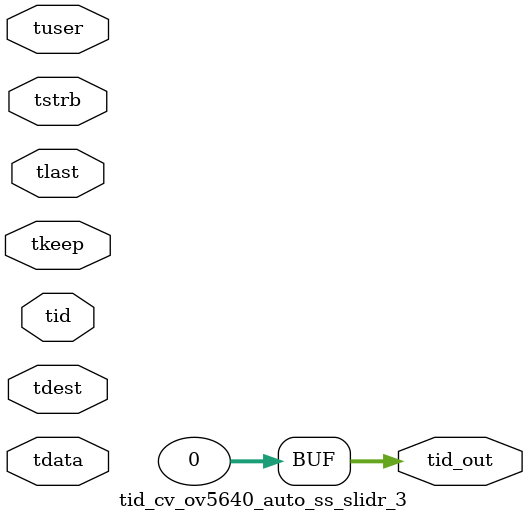
<source format=v>


`timescale 1ps/1ps

module tid_cv_ov5640_auto_ss_slidr_3 #
(
parameter C_S_AXIS_TID_WIDTH   = 1,
parameter C_S_AXIS_TUSER_WIDTH = 0,
parameter C_S_AXIS_TDATA_WIDTH = 0,
parameter C_S_AXIS_TDEST_WIDTH = 0,
parameter C_M_AXIS_TID_WIDTH   = 32
)
(
input  [(C_S_AXIS_TID_WIDTH   == 0 ? 1 : C_S_AXIS_TID_WIDTH)-1:0       ] tid,
input  [(C_S_AXIS_TDATA_WIDTH == 0 ? 1 : C_S_AXIS_TDATA_WIDTH)-1:0     ] tdata,
input  [(C_S_AXIS_TUSER_WIDTH == 0 ? 1 : C_S_AXIS_TUSER_WIDTH)-1:0     ] tuser,
input  [(C_S_AXIS_TDEST_WIDTH == 0 ? 1 : C_S_AXIS_TDEST_WIDTH)-1:0     ] tdest,
input  [(C_S_AXIS_TDATA_WIDTH/8)-1:0 ] tkeep,
input  [(C_S_AXIS_TDATA_WIDTH/8)-1:0 ] tstrb,
input                                                                    tlast,
output [(C_M_AXIS_TID_WIDTH   == 0 ? 1 : C_M_AXIS_TID_WIDTH)-1:0       ] tid_out
);

assign tid_out = {1'b0};

endmodule


</source>
